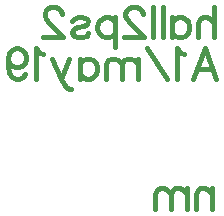
<source format=gbr>
G04 DipTrace 3.3.1.1*
G04 BottomSilk.gbr*
%MOMM*%
G04 #@! TF.FileFunction,Legend,Bot*
G04 #@! TF.Part,Single*
%ADD31C,0.39216*%
%FSLAX35Y35*%
G04*
G71*
G90*
G75*
G01*
G04 BotSilk*
%LPD*%
X2498323Y1783458D2*
D31*
Y1528238D1*
Y1649812D2*
X2461823Y1686312D1*
X2437397Y1698385D1*
X2400897D1*
X2376750Y1686312D1*
X2364677Y1649812D1*
Y1528238D1*
X2140527Y1698385D2*
Y1528238D1*
Y1661885D2*
X2164673Y1686312D1*
X2189100Y1698385D1*
X2225319D1*
X2249746Y1686312D1*
X2273892Y1661885D1*
X2286246Y1625385D1*
Y1601238D1*
X2273892Y1564738D1*
X2249746Y1540592D1*
X2225319Y1528238D1*
X2189100D1*
X2164673Y1540592D1*
X2140527Y1564738D1*
X2062095Y1783458D2*
Y1528238D1*
X1983664Y1783458D2*
Y1528238D1*
X1892879Y1722531D2*
Y1734604D1*
X1880806Y1759031D1*
X1868733Y1771104D1*
X1844306Y1783177D1*
X1795733D1*
X1771586Y1771104D1*
X1759513Y1759031D1*
X1747160Y1734604D1*
Y1710458D1*
X1759513Y1686031D1*
X1783660Y1649812D1*
X1905233Y1528238D1*
X1735086D1*
X1656655Y1698385D2*
Y1443165D1*
Y1661885D2*
X1632228Y1686031D1*
X1608082Y1698385D1*
X1571582D1*
X1547155Y1686031D1*
X1523009Y1661885D1*
X1510655Y1625385D1*
Y1600958D1*
X1523009Y1564738D1*
X1547155Y1540312D1*
X1571582Y1528238D1*
X1608082D1*
X1632228Y1540312D1*
X1656655Y1564738D1*
X1298578Y1661885D2*
X1310651Y1686312D1*
X1347151Y1698385D1*
X1383651D1*
X1420151Y1686312D1*
X1432224Y1661885D1*
X1420151Y1637738D1*
X1395724Y1625385D1*
X1335078Y1613312D1*
X1310651Y1601238D1*
X1298578Y1576812D1*
Y1564738D1*
X1310651Y1540592D1*
X1347151Y1528238D1*
X1383651D1*
X1420151Y1540592D1*
X1432224Y1564738D1*
X1207792Y1722531D2*
Y1734604D1*
X1195719Y1759031D1*
X1183646Y1771104D1*
X1159219Y1783177D1*
X1110646D1*
X1086500Y1771104D1*
X1074427Y1759031D1*
X1062073Y1734604D1*
Y1710458D1*
X1074427Y1686031D1*
X1098573Y1649812D1*
X1220146Y1528238D1*
X1050000D1*
X2320458Y1178238D2*
X2417885Y1433458D1*
X2515031Y1178238D1*
X2478531Y1263312D2*
X2356958D1*
X2242027Y1384604D2*
X2217600Y1396958D1*
X2181100Y1433177D1*
Y1178238D1*
X2102668D2*
X1932522Y1433177D1*
X1854091Y1348385D2*
Y1178238D1*
Y1299812D2*
X1817591Y1336312D1*
X1793164Y1348385D1*
X1756945D1*
X1732518Y1336312D1*
X1720445Y1299812D1*
Y1178238D1*
Y1299812D2*
X1683945Y1336312D1*
X1659518Y1348385D1*
X1623299D1*
X1598872Y1336312D1*
X1586518Y1299812D1*
Y1178238D1*
X1362367Y1348385D2*
Y1178238D1*
Y1311885D2*
X1386513Y1336312D1*
X1410940Y1348385D1*
X1447160D1*
X1471586Y1336312D1*
X1495733Y1311885D1*
X1508086Y1275385D1*
Y1251238D1*
X1495733Y1214738D1*
X1471586Y1190592D1*
X1447160Y1178238D1*
X1410940D1*
X1386513Y1190592D1*
X1362367Y1214738D1*
X1271582Y1348385D2*
X1198863Y1178238D1*
X1223009Y1129665D1*
X1247436Y1105238D1*
X1271582Y1093165D1*
X1283936D1*
X1125863Y1348385D2*
X1198863Y1178238D1*
X1047431Y1384604D2*
X1023004Y1396958D1*
X986504Y1433177D1*
Y1178238D1*
X750000Y1348385D2*
X762354Y1311885D1*
X786500Y1287458D1*
X823000Y1275385D1*
X835073D1*
X871573Y1287458D1*
X895719Y1311885D1*
X908073Y1348385D1*
Y1360458D1*
X895719Y1396958D1*
X871573Y1421104D1*
X835073Y1433177D1*
X823000D1*
X786500Y1421104D1*
X762354Y1396958D1*
X750000Y1348385D1*
Y1287458D1*
X762354Y1226812D1*
X786500Y1190312D1*
X823000Y1178238D1*
X847146D1*
X883646Y1190312D1*
X895719Y1214738D1*
X2479651Y248385D2*
Y78238D1*
Y199812D2*
X2443151Y236312D1*
X2418724Y248385D1*
X2382504D1*
X2358078Y236312D1*
X2346004Y199812D1*
Y78238D1*
X2267573Y248385D2*
Y78238D1*
Y199812D2*
X2231073Y236312D1*
X2206646Y248385D1*
X2170427D1*
X2146000Y236312D1*
X2133927Y199812D1*
Y78238D1*
Y199812D2*
X2097427Y236312D1*
X2073000Y248385D1*
X2036781D1*
X2012354Y236312D1*
X2000000Y199812D1*
Y78238D1*
M02*

</source>
